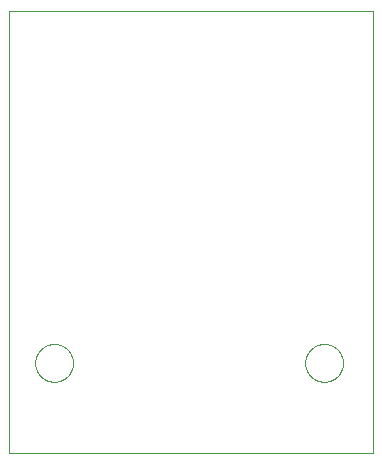
<source format=gbp>
G75*
%MOIN*%
%OFA0B0*%
%FSLAX25Y25*%
%IPPOS*%
%LPD*%
%AMOC8*
5,1,8,0,0,1.08239X$1,22.5*
%
%ADD10C,0.00000*%
D10*
X0003531Y0001800D02*
X0003531Y0149261D01*
X0124732Y0149261D01*
X0124732Y0001800D01*
X0003531Y0001800D01*
X0012232Y0031800D02*
X0012234Y0031958D01*
X0012240Y0032116D01*
X0012250Y0032274D01*
X0012264Y0032432D01*
X0012282Y0032589D01*
X0012303Y0032746D01*
X0012329Y0032902D01*
X0012359Y0033058D01*
X0012392Y0033213D01*
X0012430Y0033366D01*
X0012471Y0033519D01*
X0012516Y0033671D01*
X0012565Y0033822D01*
X0012618Y0033971D01*
X0012674Y0034119D01*
X0012734Y0034265D01*
X0012798Y0034410D01*
X0012866Y0034553D01*
X0012937Y0034695D01*
X0013011Y0034835D01*
X0013089Y0034972D01*
X0013171Y0035108D01*
X0013255Y0035242D01*
X0013344Y0035373D01*
X0013435Y0035502D01*
X0013530Y0035629D01*
X0013627Y0035754D01*
X0013728Y0035876D01*
X0013832Y0035995D01*
X0013939Y0036112D01*
X0014049Y0036226D01*
X0014162Y0036337D01*
X0014277Y0036446D01*
X0014395Y0036551D01*
X0014516Y0036653D01*
X0014639Y0036753D01*
X0014765Y0036849D01*
X0014893Y0036942D01*
X0015023Y0037032D01*
X0015156Y0037118D01*
X0015291Y0037202D01*
X0015427Y0037281D01*
X0015566Y0037358D01*
X0015707Y0037430D01*
X0015849Y0037500D01*
X0015993Y0037565D01*
X0016139Y0037627D01*
X0016286Y0037685D01*
X0016435Y0037740D01*
X0016585Y0037791D01*
X0016736Y0037838D01*
X0016888Y0037881D01*
X0017041Y0037920D01*
X0017196Y0037956D01*
X0017351Y0037987D01*
X0017507Y0038015D01*
X0017663Y0038039D01*
X0017820Y0038059D01*
X0017978Y0038075D01*
X0018135Y0038087D01*
X0018294Y0038095D01*
X0018452Y0038099D01*
X0018610Y0038099D01*
X0018768Y0038095D01*
X0018927Y0038087D01*
X0019084Y0038075D01*
X0019242Y0038059D01*
X0019399Y0038039D01*
X0019555Y0038015D01*
X0019711Y0037987D01*
X0019866Y0037956D01*
X0020021Y0037920D01*
X0020174Y0037881D01*
X0020326Y0037838D01*
X0020477Y0037791D01*
X0020627Y0037740D01*
X0020776Y0037685D01*
X0020923Y0037627D01*
X0021069Y0037565D01*
X0021213Y0037500D01*
X0021355Y0037430D01*
X0021496Y0037358D01*
X0021635Y0037281D01*
X0021771Y0037202D01*
X0021906Y0037118D01*
X0022039Y0037032D01*
X0022169Y0036942D01*
X0022297Y0036849D01*
X0022423Y0036753D01*
X0022546Y0036653D01*
X0022667Y0036551D01*
X0022785Y0036446D01*
X0022900Y0036337D01*
X0023013Y0036226D01*
X0023123Y0036112D01*
X0023230Y0035995D01*
X0023334Y0035876D01*
X0023435Y0035754D01*
X0023532Y0035629D01*
X0023627Y0035502D01*
X0023718Y0035373D01*
X0023807Y0035242D01*
X0023891Y0035108D01*
X0023973Y0034972D01*
X0024051Y0034835D01*
X0024125Y0034695D01*
X0024196Y0034553D01*
X0024264Y0034410D01*
X0024328Y0034265D01*
X0024388Y0034119D01*
X0024444Y0033971D01*
X0024497Y0033822D01*
X0024546Y0033671D01*
X0024591Y0033519D01*
X0024632Y0033366D01*
X0024670Y0033213D01*
X0024703Y0033058D01*
X0024733Y0032902D01*
X0024759Y0032746D01*
X0024780Y0032589D01*
X0024798Y0032432D01*
X0024812Y0032274D01*
X0024822Y0032116D01*
X0024828Y0031958D01*
X0024830Y0031800D01*
X0024828Y0031642D01*
X0024822Y0031484D01*
X0024812Y0031326D01*
X0024798Y0031168D01*
X0024780Y0031011D01*
X0024759Y0030854D01*
X0024733Y0030698D01*
X0024703Y0030542D01*
X0024670Y0030387D01*
X0024632Y0030234D01*
X0024591Y0030081D01*
X0024546Y0029929D01*
X0024497Y0029778D01*
X0024444Y0029629D01*
X0024388Y0029481D01*
X0024328Y0029335D01*
X0024264Y0029190D01*
X0024196Y0029047D01*
X0024125Y0028905D01*
X0024051Y0028765D01*
X0023973Y0028628D01*
X0023891Y0028492D01*
X0023807Y0028358D01*
X0023718Y0028227D01*
X0023627Y0028098D01*
X0023532Y0027971D01*
X0023435Y0027846D01*
X0023334Y0027724D01*
X0023230Y0027605D01*
X0023123Y0027488D01*
X0023013Y0027374D01*
X0022900Y0027263D01*
X0022785Y0027154D01*
X0022667Y0027049D01*
X0022546Y0026947D01*
X0022423Y0026847D01*
X0022297Y0026751D01*
X0022169Y0026658D01*
X0022039Y0026568D01*
X0021906Y0026482D01*
X0021771Y0026398D01*
X0021635Y0026319D01*
X0021496Y0026242D01*
X0021355Y0026170D01*
X0021213Y0026100D01*
X0021069Y0026035D01*
X0020923Y0025973D01*
X0020776Y0025915D01*
X0020627Y0025860D01*
X0020477Y0025809D01*
X0020326Y0025762D01*
X0020174Y0025719D01*
X0020021Y0025680D01*
X0019866Y0025644D01*
X0019711Y0025613D01*
X0019555Y0025585D01*
X0019399Y0025561D01*
X0019242Y0025541D01*
X0019084Y0025525D01*
X0018927Y0025513D01*
X0018768Y0025505D01*
X0018610Y0025501D01*
X0018452Y0025501D01*
X0018294Y0025505D01*
X0018135Y0025513D01*
X0017978Y0025525D01*
X0017820Y0025541D01*
X0017663Y0025561D01*
X0017507Y0025585D01*
X0017351Y0025613D01*
X0017196Y0025644D01*
X0017041Y0025680D01*
X0016888Y0025719D01*
X0016736Y0025762D01*
X0016585Y0025809D01*
X0016435Y0025860D01*
X0016286Y0025915D01*
X0016139Y0025973D01*
X0015993Y0026035D01*
X0015849Y0026100D01*
X0015707Y0026170D01*
X0015566Y0026242D01*
X0015427Y0026319D01*
X0015291Y0026398D01*
X0015156Y0026482D01*
X0015023Y0026568D01*
X0014893Y0026658D01*
X0014765Y0026751D01*
X0014639Y0026847D01*
X0014516Y0026947D01*
X0014395Y0027049D01*
X0014277Y0027154D01*
X0014162Y0027263D01*
X0014049Y0027374D01*
X0013939Y0027488D01*
X0013832Y0027605D01*
X0013728Y0027724D01*
X0013627Y0027846D01*
X0013530Y0027971D01*
X0013435Y0028098D01*
X0013344Y0028227D01*
X0013255Y0028358D01*
X0013171Y0028492D01*
X0013089Y0028628D01*
X0013011Y0028765D01*
X0012937Y0028905D01*
X0012866Y0029047D01*
X0012798Y0029190D01*
X0012734Y0029335D01*
X0012674Y0029481D01*
X0012618Y0029629D01*
X0012565Y0029778D01*
X0012516Y0029929D01*
X0012471Y0030081D01*
X0012430Y0030234D01*
X0012392Y0030387D01*
X0012359Y0030542D01*
X0012329Y0030698D01*
X0012303Y0030854D01*
X0012282Y0031011D01*
X0012264Y0031168D01*
X0012250Y0031326D01*
X0012240Y0031484D01*
X0012234Y0031642D01*
X0012232Y0031800D01*
X0102232Y0031800D02*
X0102234Y0031958D01*
X0102240Y0032116D01*
X0102250Y0032274D01*
X0102264Y0032432D01*
X0102282Y0032589D01*
X0102303Y0032746D01*
X0102329Y0032902D01*
X0102359Y0033058D01*
X0102392Y0033213D01*
X0102430Y0033366D01*
X0102471Y0033519D01*
X0102516Y0033671D01*
X0102565Y0033822D01*
X0102618Y0033971D01*
X0102674Y0034119D01*
X0102734Y0034265D01*
X0102798Y0034410D01*
X0102866Y0034553D01*
X0102937Y0034695D01*
X0103011Y0034835D01*
X0103089Y0034972D01*
X0103171Y0035108D01*
X0103255Y0035242D01*
X0103344Y0035373D01*
X0103435Y0035502D01*
X0103530Y0035629D01*
X0103627Y0035754D01*
X0103728Y0035876D01*
X0103832Y0035995D01*
X0103939Y0036112D01*
X0104049Y0036226D01*
X0104162Y0036337D01*
X0104277Y0036446D01*
X0104395Y0036551D01*
X0104516Y0036653D01*
X0104639Y0036753D01*
X0104765Y0036849D01*
X0104893Y0036942D01*
X0105023Y0037032D01*
X0105156Y0037118D01*
X0105291Y0037202D01*
X0105427Y0037281D01*
X0105566Y0037358D01*
X0105707Y0037430D01*
X0105849Y0037500D01*
X0105993Y0037565D01*
X0106139Y0037627D01*
X0106286Y0037685D01*
X0106435Y0037740D01*
X0106585Y0037791D01*
X0106736Y0037838D01*
X0106888Y0037881D01*
X0107041Y0037920D01*
X0107196Y0037956D01*
X0107351Y0037987D01*
X0107507Y0038015D01*
X0107663Y0038039D01*
X0107820Y0038059D01*
X0107978Y0038075D01*
X0108135Y0038087D01*
X0108294Y0038095D01*
X0108452Y0038099D01*
X0108610Y0038099D01*
X0108768Y0038095D01*
X0108927Y0038087D01*
X0109084Y0038075D01*
X0109242Y0038059D01*
X0109399Y0038039D01*
X0109555Y0038015D01*
X0109711Y0037987D01*
X0109866Y0037956D01*
X0110021Y0037920D01*
X0110174Y0037881D01*
X0110326Y0037838D01*
X0110477Y0037791D01*
X0110627Y0037740D01*
X0110776Y0037685D01*
X0110923Y0037627D01*
X0111069Y0037565D01*
X0111213Y0037500D01*
X0111355Y0037430D01*
X0111496Y0037358D01*
X0111635Y0037281D01*
X0111771Y0037202D01*
X0111906Y0037118D01*
X0112039Y0037032D01*
X0112169Y0036942D01*
X0112297Y0036849D01*
X0112423Y0036753D01*
X0112546Y0036653D01*
X0112667Y0036551D01*
X0112785Y0036446D01*
X0112900Y0036337D01*
X0113013Y0036226D01*
X0113123Y0036112D01*
X0113230Y0035995D01*
X0113334Y0035876D01*
X0113435Y0035754D01*
X0113532Y0035629D01*
X0113627Y0035502D01*
X0113718Y0035373D01*
X0113807Y0035242D01*
X0113891Y0035108D01*
X0113973Y0034972D01*
X0114051Y0034835D01*
X0114125Y0034695D01*
X0114196Y0034553D01*
X0114264Y0034410D01*
X0114328Y0034265D01*
X0114388Y0034119D01*
X0114444Y0033971D01*
X0114497Y0033822D01*
X0114546Y0033671D01*
X0114591Y0033519D01*
X0114632Y0033366D01*
X0114670Y0033213D01*
X0114703Y0033058D01*
X0114733Y0032902D01*
X0114759Y0032746D01*
X0114780Y0032589D01*
X0114798Y0032432D01*
X0114812Y0032274D01*
X0114822Y0032116D01*
X0114828Y0031958D01*
X0114830Y0031800D01*
X0114828Y0031642D01*
X0114822Y0031484D01*
X0114812Y0031326D01*
X0114798Y0031168D01*
X0114780Y0031011D01*
X0114759Y0030854D01*
X0114733Y0030698D01*
X0114703Y0030542D01*
X0114670Y0030387D01*
X0114632Y0030234D01*
X0114591Y0030081D01*
X0114546Y0029929D01*
X0114497Y0029778D01*
X0114444Y0029629D01*
X0114388Y0029481D01*
X0114328Y0029335D01*
X0114264Y0029190D01*
X0114196Y0029047D01*
X0114125Y0028905D01*
X0114051Y0028765D01*
X0113973Y0028628D01*
X0113891Y0028492D01*
X0113807Y0028358D01*
X0113718Y0028227D01*
X0113627Y0028098D01*
X0113532Y0027971D01*
X0113435Y0027846D01*
X0113334Y0027724D01*
X0113230Y0027605D01*
X0113123Y0027488D01*
X0113013Y0027374D01*
X0112900Y0027263D01*
X0112785Y0027154D01*
X0112667Y0027049D01*
X0112546Y0026947D01*
X0112423Y0026847D01*
X0112297Y0026751D01*
X0112169Y0026658D01*
X0112039Y0026568D01*
X0111906Y0026482D01*
X0111771Y0026398D01*
X0111635Y0026319D01*
X0111496Y0026242D01*
X0111355Y0026170D01*
X0111213Y0026100D01*
X0111069Y0026035D01*
X0110923Y0025973D01*
X0110776Y0025915D01*
X0110627Y0025860D01*
X0110477Y0025809D01*
X0110326Y0025762D01*
X0110174Y0025719D01*
X0110021Y0025680D01*
X0109866Y0025644D01*
X0109711Y0025613D01*
X0109555Y0025585D01*
X0109399Y0025561D01*
X0109242Y0025541D01*
X0109084Y0025525D01*
X0108927Y0025513D01*
X0108768Y0025505D01*
X0108610Y0025501D01*
X0108452Y0025501D01*
X0108294Y0025505D01*
X0108135Y0025513D01*
X0107978Y0025525D01*
X0107820Y0025541D01*
X0107663Y0025561D01*
X0107507Y0025585D01*
X0107351Y0025613D01*
X0107196Y0025644D01*
X0107041Y0025680D01*
X0106888Y0025719D01*
X0106736Y0025762D01*
X0106585Y0025809D01*
X0106435Y0025860D01*
X0106286Y0025915D01*
X0106139Y0025973D01*
X0105993Y0026035D01*
X0105849Y0026100D01*
X0105707Y0026170D01*
X0105566Y0026242D01*
X0105427Y0026319D01*
X0105291Y0026398D01*
X0105156Y0026482D01*
X0105023Y0026568D01*
X0104893Y0026658D01*
X0104765Y0026751D01*
X0104639Y0026847D01*
X0104516Y0026947D01*
X0104395Y0027049D01*
X0104277Y0027154D01*
X0104162Y0027263D01*
X0104049Y0027374D01*
X0103939Y0027488D01*
X0103832Y0027605D01*
X0103728Y0027724D01*
X0103627Y0027846D01*
X0103530Y0027971D01*
X0103435Y0028098D01*
X0103344Y0028227D01*
X0103255Y0028358D01*
X0103171Y0028492D01*
X0103089Y0028628D01*
X0103011Y0028765D01*
X0102937Y0028905D01*
X0102866Y0029047D01*
X0102798Y0029190D01*
X0102734Y0029335D01*
X0102674Y0029481D01*
X0102618Y0029629D01*
X0102565Y0029778D01*
X0102516Y0029929D01*
X0102471Y0030081D01*
X0102430Y0030234D01*
X0102392Y0030387D01*
X0102359Y0030542D01*
X0102329Y0030698D01*
X0102303Y0030854D01*
X0102282Y0031011D01*
X0102264Y0031168D01*
X0102250Y0031326D01*
X0102240Y0031484D01*
X0102234Y0031642D01*
X0102232Y0031800D01*
M02*

</source>
